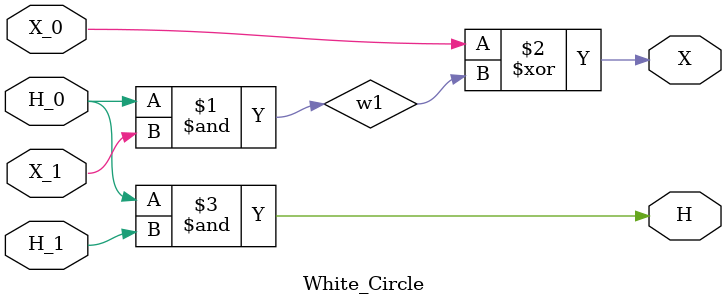
<source format=v>
module White_Circle (
    output X,H,
    input  X_0,H_0,X_1,H_1
);

wire w1;
//and WC1 (w1,X_1,H_0);
and WC1 (w1,H_0,X_1);
xor WC2 (X,X_0,w1);
and WC3 (H,H_0,H_1);

endmodule
</source>
